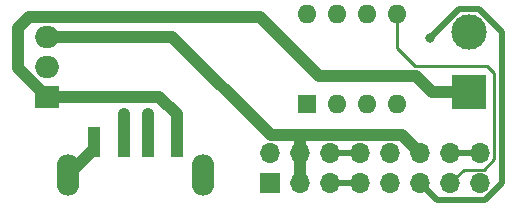
<source format=gbr>
%TF.GenerationSoftware,KiCad,Pcbnew,6.0.2*%
%TF.CreationDate,2022-03-12T22:23:20+01:00*%
%TF.ProjectId,batteryController,62617474-6572-4794-936f-6e74726f6c6c,rev?*%
%TF.SameCoordinates,Original*%
%TF.FileFunction,Copper,L1,Top*%
%TF.FilePolarity,Positive*%
%FSLAX46Y46*%
G04 Gerber Fmt 4.6, Leading zero omitted, Abs format (unit mm)*
G04 Created by KiCad (PCBNEW 6.0.2) date 2022-03-12 22:23:20*
%MOMM*%
%LPD*%
G01*
G04 APERTURE LIST*
%TA.AperFunction,ComponentPad*%
%ADD10R,1.700000X1.700000*%
%TD*%
%TA.AperFunction,ComponentPad*%
%ADD11O,1.700000X1.700000*%
%TD*%
%TA.AperFunction,ComponentPad*%
%ADD12R,1.600000X1.600000*%
%TD*%
%TA.AperFunction,ComponentPad*%
%ADD13O,1.600000X1.600000*%
%TD*%
%TA.AperFunction,SMDPad,CuDef*%
%ADD14R,1.100000X2.500000*%
%TD*%
%TA.AperFunction,ComponentPad*%
%ADD15O,1.900000X3.500000*%
%TD*%
%TA.AperFunction,ComponentPad*%
%ADD16R,3.000000X3.000000*%
%TD*%
%TA.AperFunction,ComponentPad*%
%ADD17C,3.000000*%
%TD*%
%TA.AperFunction,ComponentPad*%
%ADD18R,2.000000X1.905000*%
%TD*%
%TA.AperFunction,ComponentPad*%
%ADD19O,2.000000X1.905000*%
%TD*%
%TA.AperFunction,ViaPad*%
%ADD20C,0.800000*%
%TD*%
%TA.AperFunction,Conductor*%
%ADD21C,1.000000*%
%TD*%
%TA.AperFunction,Conductor*%
%ADD22C,0.250000*%
%TD*%
%TA.AperFunction,Conductor*%
%ADD23C,0.500000*%
%TD*%
G04 APERTURE END LIST*
D10*
%TO.P,J1,1,Pin_1*%
%TO.N,/GND*%
X195125000Y-115845000D03*
D11*
%TO.P,J1,2,Pin_2*%
X195125000Y-113305000D03*
%TO.P,J1,3,Pin_3*%
%TO.N,/6V*%
X197665000Y-115845000D03*
%TO.P,J1,4,Pin_4*%
X197665000Y-113305000D03*
%TO.P,J1,5,Pin_5*%
%TO.N,Net-(J1-Pad5)*%
X200205000Y-115845000D03*
%TO.P,J1,6,Pin_6*%
%TO.N,Net-(J1-Pad6)*%
X200205000Y-113305000D03*
%TO.P,J1,7,Pin_7*%
%TO.N,Net-(J1-Pad5)*%
X202745000Y-115845000D03*
%TO.P,J1,8,Pin_8*%
%TO.N,Net-(J1-Pad6)*%
X202745000Y-113305000D03*
%TO.P,J1,9,Pin_9*%
%TO.N,/GND*%
X205285000Y-115845000D03*
%TO.P,J1,10,Pin_10*%
X205285000Y-113305000D03*
%TO.P,J1,11,Pin_11*%
%TO.N,/5V*%
X207825000Y-115845000D03*
%TO.P,J1,12,Pin_12*%
%TO.N,/6V*%
X207825000Y-113305000D03*
%TO.P,J1,13,Pin_13*%
%TO.N,/controll pin*%
X210365000Y-115845000D03*
%TO.P,J1,14,Pin_14*%
%TO.N,Net-(J1-Pad14)*%
X210365000Y-113305000D03*
%TO.P,J1,15,Pin_15*%
%TO.N,unconnected-(J1-Pad15)*%
X212905000Y-115845000D03*
%TO.P,J1,16,Pin_16*%
%TO.N,Net-(J1-Pad14)*%
X212905000Y-113305000D03*
%TD*%
D12*
%TO.P,U1,1,~{RESET}/PB5*%
%TO.N,unconnected-(U1-Pad1)*%
X198247000Y-109093000D03*
D13*
%TO.P,U1,2,XTAL1/PB3*%
%TO.N,Net-(R2-Pad1)*%
X200787000Y-109093000D03*
%TO.P,U1,3,XTAL2/PB4*%
%TO.N,Net-(R1-Pad1)*%
X203327000Y-109093000D03*
%TO.P,U1,4,GND*%
%TO.N,/GND*%
X205867000Y-109093000D03*
%TO.P,U1,5,AREF/PB0*%
%TO.N,/controll pin*%
X205867000Y-101473000D03*
%TO.P,U1,6,PB1*%
%TO.N,Net-(R4-Pad1)*%
X203327000Y-101473000D03*
%TO.P,U1,7,PB2*%
%TO.N,Net-(R3-Pad1)*%
X200787000Y-101473000D03*
%TO.P,U1,8,VCC*%
%TO.N,/5V*%
X198247000Y-101473000D03*
%TD*%
D14*
%TO.P,J3,1,VBUS*%
%TO.N,/VBUS*%
X187250000Y-112350000D03*
%TO.P,J3,2,D-*%
%TO.N,/D-*%
X184750000Y-112350000D03*
%TO.P,J3,3,D+*%
%TO.N,/D+*%
X182750000Y-112350000D03*
%TO.P,J3,4,GND*%
%TO.N,/GND*%
X180250000Y-112350000D03*
D15*
%TO.P,J3,5,Shield*%
X189450000Y-115100000D03*
X178050000Y-115100000D03*
%TD*%
D16*
%TO.P,J2,1,Pin_1*%
%TO.N,/VBUS*%
X212000000Y-108080000D03*
D17*
%TO.P,J2,2,Pin_2*%
%TO.N,/GND*%
X212000000Y-103000000D03*
%TD*%
D18*
%TO.P,U2,1,IN*%
%TO.N,/VBUS*%
X176270000Y-108500000D03*
D19*
%TO.P,U2,2,GND*%
%TO.N,/GND*%
X176270000Y-105960000D03*
%TO.P,U2,3,OUT*%
%TO.N,/6V*%
X176270000Y-103420000D03*
%TD*%
D20*
%TO.N,/D-*%
X184750000Y-110000000D03*
%TO.N,/D+*%
X182750000Y-110000000D03*
%TO.N,/5V*%
X208650000Y-103500000D03*
%TD*%
D21*
%TO.N,/VBUS*%
X185750000Y-108500000D02*
X176270000Y-108500000D01*
X187250000Y-110000000D02*
X185750000Y-108500000D01*
X194267980Y-101767980D02*
X199250000Y-106750000D01*
X199250000Y-106750000D02*
X207500000Y-106750000D01*
X187250000Y-112350000D02*
X187250000Y-110000000D01*
X174741540Y-101767980D02*
X194267980Y-101767980D01*
X208830000Y-108080000D02*
X212000000Y-108080000D01*
X173800480Y-106030480D02*
X173800480Y-102709040D01*
X173800480Y-102709040D02*
X174741540Y-101767980D01*
X176270000Y-108500000D02*
X173800480Y-106030480D01*
X207500000Y-106750000D02*
X208830000Y-108080000D01*
D22*
%TO.N,/controll pin*%
X211539511Y-114670489D02*
X213200521Y-114670489D01*
X205867000Y-104367000D02*
X205867000Y-101473000D01*
X210365000Y-115845000D02*
X211539511Y-114670489D01*
X207425480Y-105925480D02*
X205867000Y-104367000D01*
X213200521Y-114670489D02*
X214079511Y-113791499D01*
X214079511Y-106510489D02*
X213494502Y-105925480D01*
X214079511Y-113791499D02*
X214079511Y-106510489D01*
X213494502Y-105925480D02*
X207425480Y-105925480D01*
D21*
%TO.N,/GND*%
X180250000Y-112900000D02*
X178050000Y-115100000D01*
X180250000Y-112350000D02*
X180250000Y-112900000D01*
%TO.N,/6V*%
X186855142Y-103420000D02*
X195190631Y-111755489D01*
X206275489Y-111755489D02*
X207825000Y-113305000D01*
X176270000Y-103420000D02*
X186855142Y-103420000D01*
X197665000Y-113305000D02*
X197665000Y-115845000D01*
X197589511Y-111755489D02*
X206275489Y-111755489D01*
X197665000Y-113305000D02*
X197665000Y-111830978D01*
X195190631Y-111755489D02*
X197589511Y-111755489D01*
%TO.N,/D-*%
X184750000Y-112350000D02*
X184750000Y-110000000D01*
%TO.N,/D+*%
X182750000Y-112350000D02*
X182750000Y-110000000D01*
D23*
%TO.N,/5V*%
X213337787Y-117250000D02*
X209230000Y-117250000D01*
X211099511Y-101050489D02*
X212807515Y-101050489D01*
X214750000Y-115837787D02*
X213337787Y-117250000D01*
X209230000Y-117250000D02*
X207825000Y-115845000D01*
X212807515Y-101050489D02*
X214750000Y-102992974D01*
X214750000Y-102992974D02*
X214750000Y-115837787D01*
X208650000Y-103500000D02*
X211099511Y-101050489D01*
%TO.N,Net-(J1-Pad5)*%
X202745000Y-115845000D02*
X200205000Y-115845000D01*
%TO.N,Net-(J1-Pad6)*%
X202745000Y-113305000D02*
X200205000Y-113305000D01*
%TO.N,Net-(J1-Pad14)*%
X212905000Y-113305000D02*
X210365000Y-113305000D01*
%TD*%
M02*

</source>
